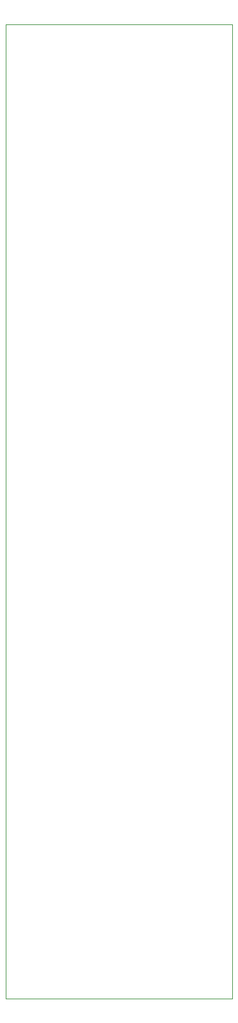
<source format=gbr>
G04 #@! TF.GenerationSoftware,KiCad,Pcbnew,(5.1.4-0-10_14)*
G04 #@! TF.CreationDate,2019-10-08T20:54:48-07:00*
G04 #@! TF.ProjectId,VCA_Front_Panel,5643415f-4672-46f6-9e74-5f50616e656c,rev?*
G04 #@! TF.SameCoordinates,Original*
G04 #@! TF.FileFunction,Profile,NP*
%FSLAX46Y46*%
G04 Gerber Fmt 4.6, Leading zero omitted, Abs format (unit mm)*
G04 Created by KiCad (PCBNEW (5.1.4-0-10_14)) date 2019-10-08 20:54:48*
%MOMM*%
%LPD*%
G04 APERTURE LIST*
%ADD10C,0.050000*%
G04 APERTURE END LIST*
D10*
X63754000Y-168402000D02*
X63754000Y-39878000D01*
X93726000Y-168402000D02*
X63754000Y-168402000D01*
X93726000Y-39878000D02*
X93726000Y-168402000D01*
X63754000Y-39878000D02*
X93726000Y-39878000D01*
M02*

</source>
